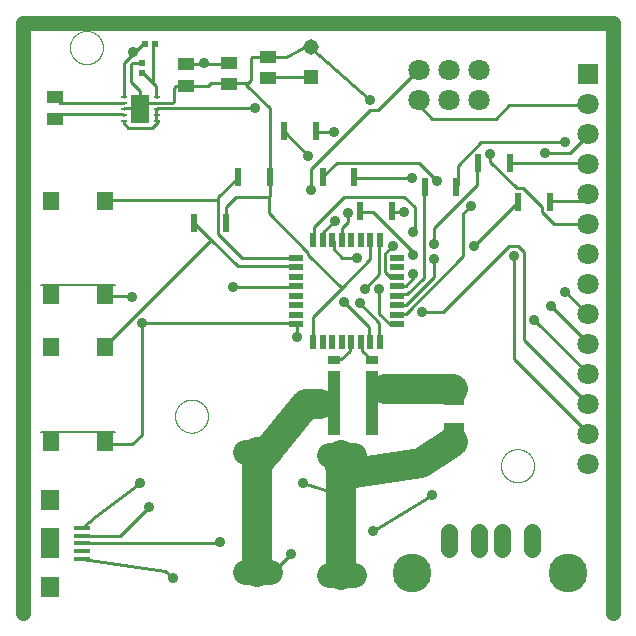
<source format=gtl>
G75*
%MOIN*%
%OFA0B0*%
%FSLAX25Y25*%
%IPPOS*%
%LPD*%
%AMOC8*
5,1,8,0,0,1.08239X$1,22.5*
%
%ADD10C,0.05000*%
%ADD11C,0.00000*%
%ADD12R,0.02200X0.05000*%
%ADD13R,0.05000X0.02200*%
%ADD14R,0.05700X0.04400*%
%ADD15R,0.07087X0.04724*%
%ADD16R,0.05709X0.01575*%
%ADD17R,0.05906X0.07087*%
%ADD18R,0.05906X0.09843*%
%ADD19C,0.05600*%
%ADD20C,0.12900*%
%ADD21C,0.07087*%
%ADD22R,0.07087X0.07087*%
%ADD23C,0.00500*%
%ADD24R,0.05512X0.06299*%
%ADD25R,0.01969X0.06299*%
%ADD26R,0.02200X0.02400*%
%ADD27R,0.04331X0.21260*%
%ADD28R,0.04331X0.02756*%
%ADD29R,0.02400X0.02200*%
%ADD30R,0.05150X0.05150*%
%ADD31C,0.05150*%
%ADD32R,0.02362X0.00945*%
%ADD33R,0.06496X0.09449*%
%ADD34C,0.08268*%
%ADD35C,0.01000*%
%ADD36C,0.03600*%
%ADD37C,0.10000*%
%ADD38C,0.03562*%
D10*
X0012331Y0032803D02*
X0012331Y0229654D01*
X0209181Y0229654D01*
X0209181Y0032803D01*
D11*
X0171779Y0082016D02*
X0171781Y0082164D01*
X0171787Y0082312D01*
X0171797Y0082460D01*
X0171811Y0082607D01*
X0171829Y0082754D01*
X0171850Y0082900D01*
X0171876Y0083046D01*
X0171906Y0083191D01*
X0171939Y0083335D01*
X0171977Y0083478D01*
X0172018Y0083620D01*
X0172063Y0083761D01*
X0172111Y0083901D01*
X0172164Y0084040D01*
X0172220Y0084177D01*
X0172280Y0084312D01*
X0172343Y0084446D01*
X0172410Y0084578D01*
X0172481Y0084708D01*
X0172555Y0084836D01*
X0172632Y0084962D01*
X0172713Y0085086D01*
X0172797Y0085208D01*
X0172884Y0085327D01*
X0172975Y0085444D01*
X0173069Y0085559D01*
X0173165Y0085671D01*
X0173265Y0085781D01*
X0173367Y0085887D01*
X0173473Y0085991D01*
X0173581Y0086092D01*
X0173692Y0086190D01*
X0173805Y0086286D01*
X0173921Y0086378D01*
X0174039Y0086467D01*
X0174160Y0086552D01*
X0174283Y0086635D01*
X0174408Y0086714D01*
X0174535Y0086790D01*
X0174664Y0086862D01*
X0174795Y0086931D01*
X0174928Y0086996D01*
X0175063Y0087057D01*
X0175199Y0087115D01*
X0175336Y0087170D01*
X0175475Y0087220D01*
X0175616Y0087267D01*
X0175757Y0087310D01*
X0175900Y0087350D01*
X0176044Y0087385D01*
X0176188Y0087417D01*
X0176334Y0087444D01*
X0176480Y0087468D01*
X0176627Y0087488D01*
X0176774Y0087504D01*
X0176921Y0087516D01*
X0177069Y0087524D01*
X0177217Y0087528D01*
X0177365Y0087528D01*
X0177513Y0087524D01*
X0177661Y0087516D01*
X0177808Y0087504D01*
X0177955Y0087488D01*
X0178102Y0087468D01*
X0178248Y0087444D01*
X0178394Y0087417D01*
X0178538Y0087385D01*
X0178682Y0087350D01*
X0178825Y0087310D01*
X0178966Y0087267D01*
X0179107Y0087220D01*
X0179246Y0087170D01*
X0179383Y0087115D01*
X0179519Y0087057D01*
X0179654Y0086996D01*
X0179787Y0086931D01*
X0179918Y0086862D01*
X0180047Y0086790D01*
X0180174Y0086714D01*
X0180299Y0086635D01*
X0180422Y0086552D01*
X0180543Y0086467D01*
X0180661Y0086378D01*
X0180777Y0086286D01*
X0180890Y0086190D01*
X0181001Y0086092D01*
X0181109Y0085991D01*
X0181215Y0085887D01*
X0181317Y0085781D01*
X0181417Y0085671D01*
X0181513Y0085559D01*
X0181607Y0085444D01*
X0181698Y0085327D01*
X0181785Y0085208D01*
X0181869Y0085086D01*
X0181950Y0084962D01*
X0182027Y0084836D01*
X0182101Y0084708D01*
X0182172Y0084578D01*
X0182239Y0084446D01*
X0182302Y0084312D01*
X0182362Y0084177D01*
X0182418Y0084040D01*
X0182471Y0083901D01*
X0182519Y0083761D01*
X0182564Y0083620D01*
X0182605Y0083478D01*
X0182643Y0083335D01*
X0182676Y0083191D01*
X0182706Y0083046D01*
X0182732Y0082900D01*
X0182753Y0082754D01*
X0182771Y0082607D01*
X0182785Y0082460D01*
X0182795Y0082312D01*
X0182801Y0082164D01*
X0182803Y0082016D01*
X0182801Y0081868D01*
X0182795Y0081720D01*
X0182785Y0081572D01*
X0182771Y0081425D01*
X0182753Y0081278D01*
X0182732Y0081132D01*
X0182706Y0080986D01*
X0182676Y0080841D01*
X0182643Y0080697D01*
X0182605Y0080554D01*
X0182564Y0080412D01*
X0182519Y0080271D01*
X0182471Y0080131D01*
X0182418Y0079992D01*
X0182362Y0079855D01*
X0182302Y0079720D01*
X0182239Y0079586D01*
X0182172Y0079454D01*
X0182101Y0079324D01*
X0182027Y0079196D01*
X0181950Y0079070D01*
X0181869Y0078946D01*
X0181785Y0078824D01*
X0181698Y0078705D01*
X0181607Y0078588D01*
X0181513Y0078473D01*
X0181417Y0078361D01*
X0181317Y0078251D01*
X0181215Y0078145D01*
X0181109Y0078041D01*
X0181001Y0077940D01*
X0180890Y0077842D01*
X0180777Y0077746D01*
X0180661Y0077654D01*
X0180543Y0077565D01*
X0180422Y0077480D01*
X0180299Y0077397D01*
X0180174Y0077318D01*
X0180047Y0077242D01*
X0179918Y0077170D01*
X0179787Y0077101D01*
X0179654Y0077036D01*
X0179519Y0076975D01*
X0179383Y0076917D01*
X0179246Y0076862D01*
X0179107Y0076812D01*
X0178966Y0076765D01*
X0178825Y0076722D01*
X0178682Y0076682D01*
X0178538Y0076647D01*
X0178394Y0076615D01*
X0178248Y0076588D01*
X0178102Y0076564D01*
X0177955Y0076544D01*
X0177808Y0076528D01*
X0177661Y0076516D01*
X0177513Y0076508D01*
X0177365Y0076504D01*
X0177217Y0076504D01*
X0177069Y0076508D01*
X0176921Y0076516D01*
X0176774Y0076528D01*
X0176627Y0076544D01*
X0176480Y0076564D01*
X0176334Y0076588D01*
X0176188Y0076615D01*
X0176044Y0076647D01*
X0175900Y0076682D01*
X0175757Y0076722D01*
X0175616Y0076765D01*
X0175475Y0076812D01*
X0175336Y0076862D01*
X0175199Y0076917D01*
X0175063Y0076975D01*
X0174928Y0077036D01*
X0174795Y0077101D01*
X0174664Y0077170D01*
X0174535Y0077242D01*
X0174408Y0077318D01*
X0174283Y0077397D01*
X0174160Y0077480D01*
X0174039Y0077565D01*
X0173921Y0077654D01*
X0173805Y0077746D01*
X0173692Y0077842D01*
X0173581Y0077940D01*
X0173473Y0078041D01*
X0173367Y0078145D01*
X0173265Y0078251D01*
X0173165Y0078361D01*
X0173069Y0078473D01*
X0172975Y0078588D01*
X0172884Y0078705D01*
X0172797Y0078824D01*
X0172713Y0078946D01*
X0172632Y0079070D01*
X0172555Y0079196D01*
X0172481Y0079324D01*
X0172410Y0079454D01*
X0172343Y0079586D01*
X0172280Y0079720D01*
X0172220Y0079855D01*
X0172164Y0079992D01*
X0172111Y0080131D01*
X0172063Y0080271D01*
X0172018Y0080412D01*
X0171977Y0080554D01*
X0171939Y0080697D01*
X0171906Y0080841D01*
X0171876Y0080986D01*
X0171850Y0081132D01*
X0171829Y0081278D01*
X0171811Y0081425D01*
X0171797Y0081572D01*
X0171787Y0081720D01*
X0171781Y0081868D01*
X0171779Y0082016D01*
X0063118Y0098551D02*
X0063120Y0098699D01*
X0063126Y0098847D01*
X0063136Y0098995D01*
X0063150Y0099142D01*
X0063168Y0099289D01*
X0063189Y0099435D01*
X0063215Y0099581D01*
X0063245Y0099726D01*
X0063278Y0099870D01*
X0063316Y0100013D01*
X0063357Y0100155D01*
X0063402Y0100296D01*
X0063450Y0100436D01*
X0063503Y0100575D01*
X0063559Y0100712D01*
X0063619Y0100847D01*
X0063682Y0100981D01*
X0063749Y0101113D01*
X0063820Y0101243D01*
X0063894Y0101371D01*
X0063971Y0101497D01*
X0064052Y0101621D01*
X0064136Y0101743D01*
X0064223Y0101862D01*
X0064314Y0101979D01*
X0064408Y0102094D01*
X0064504Y0102206D01*
X0064604Y0102316D01*
X0064706Y0102422D01*
X0064812Y0102526D01*
X0064920Y0102627D01*
X0065031Y0102725D01*
X0065144Y0102821D01*
X0065260Y0102913D01*
X0065378Y0103002D01*
X0065499Y0103087D01*
X0065622Y0103170D01*
X0065747Y0103249D01*
X0065874Y0103325D01*
X0066003Y0103397D01*
X0066134Y0103466D01*
X0066267Y0103531D01*
X0066402Y0103592D01*
X0066538Y0103650D01*
X0066675Y0103705D01*
X0066814Y0103755D01*
X0066955Y0103802D01*
X0067096Y0103845D01*
X0067239Y0103885D01*
X0067383Y0103920D01*
X0067527Y0103952D01*
X0067673Y0103979D01*
X0067819Y0104003D01*
X0067966Y0104023D01*
X0068113Y0104039D01*
X0068260Y0104051D01*
X0068408Y0104059D01*
X0068556Y0104063D01*
X0068704Y0104063D01*
X0068852Y0104059D01*
X0069000Y0104051D01*
X0069147Y0104039D01*
X0069294Y0104023D01*
X0069441Y0104003D01*
X0069587Y0103979D01*
X0069733Y0103952D01*
X0069877Y0103920D01*
X0070021Y0103885D01*
X0070164Y0103845D01*
X0070305Y0103802D01*
X0070446Y0103755D01*
X0070585Y0103705D01*
X0070722Y0103650D01*
X0070858Y0103592D01*
X0070993Y0103531D01*
X0071126Y0103466D01*
X0071257Y0103397D01*
X0071386Y0103325D01*
X0071513Y0103249D01*
X0071638Y0103170D01*
X0071761Y0103087D01*
X0071882Y0103002D01*
X0072000Y0102913D01*
X0072116Y0102821D01*
X0072229Y0102725D01*
X0072340Y0102627D01*
X0072448Y0102526D01*
X0072554Y0102422D01*
X0072656Y0102316D01*
X0072756Y0102206D01*
X0072852Y0102094D01*
X0072946Y0101979D01*
X0073037Y0101862D01*
X0073124Y0101743D01*
X0073208Y0101621D01*
X0073289Y0101497D01*
X0073366Y0101371D01*
X0073440Y0101243D01*
X0073511Y0101113D01*
X0073578Y0100981D01*
X0073641Y0100847D01*
X0073701Y0100712D01*
X0073757Y0100575D01*
X0073810Y0100436D01*
X0073858Y0100296D01*
X0073903Y0100155D01*
X0073944Y0100013D01*
X0073982Y0099870D01*
X0074015Y0099726D01*
X0074045Y0099581D01*
X0074071Y0099435D01*
X0074092Y0099289D01*
X0074110Y0099142D01*
X0074124Y0098995D01*
X0074134Y0098847D01*
X0074140Y0098699D01*
X0074142Y0098551D01*
X0074140Y0098403D01*
X0074134Y0098255D01*
X0074124Y0098107D01*
X0074110Y0097960D01*
X0074092Y0097813D01*
X0074071Y0097667D01*
X0074045Y0097521D01*
X0074015Y0097376D01*
X0073982Y0097232D01*
X0073944Y0097089D01*
X0073903Y0096947D01*
X0073858Y0096806D01*
X0073810Y0096666D01*
X0073757Y0096527D01*
X0073701Y0096390D01*
X0073641Y0096255D01*
X0073578Y0096121D01*
X0073511Y0095989D01*
X0073440Y0095859D01*
X0073366Y0095731D01*
X0073289Y0095605D01*
X0073208Y0095481D01*
X0073124Y0095359D01*
X0073037Y0095240D01*
X0072946Y0095123D01*
X0072852Y0095008D01*
X0072756Y0094896D01*
X0072656Y0094786D01*
X0072554Y0094680D01*
X0072448Y0094576D01*
X0072340Y0094475D01*
X0072229Y0094377D01*
X0072116Y0094281D01*
X0072000Y0094189D01*
X0071882Y0094100D01*
X0071761Y0094015D01*
X0071638Y0093932D01*
X0071513Y0093853D01*
X0071386Y0093777D01*
X0071257Y0093705D01*
X0071126Y0093636D01*
X0070993Y0093571D01*
X0070858Y0093510D01*
X0070722Y0093452D01*
X0070585Y0093397D01*
X0070446Y0093347D01*
X0070305Y0093300D01*
X0070164Y0093257D01*
X0070021Y0093217D01*
X0069877Y0093182D01*
X0069733Y0093150D01*
X0069587Y0093123D01*
X0069441Y0093099D01*
X0069294Y0093079D01*
X0069147Y0093063D01*
X0069000Y0093051D01*
X0068852Y0093043D01*
X0068704Y0093039D01*
X0068556Y0093039D01*
X0068408Y0093043D01*
X0068260Y0093051D01*
X0068113Y0093063D01*
X0067966Y0093079D01*
X0067819Y0093099D01*
X0067673Y0093123D01*
X0067527Y0093150D01*
X0067383Y0093182D01*
X0067239Y0093217D01*
X0067096Y0093257D01*
X0066955Y0093300D01*
X0066814Y0093347D01*
X0066675Y0093397D01*
X0066538Y0093452D01*
X0066402Y0093510D01*
X0066267Y0093571D01*
X0066134Y0093636D01*
X0066003Y0093705D01*
X0065874Y0093777D01*
X0065747Y0093853D01*
X0065622Y0093932D01*
X0065499Y0094015D01*
X0065378Y0094100D01*
X0065260Y0094189D01*
X0065144Y0094281D01*
X0065031Y0094377D01*
X0064920Y0094475D01*
X0064812Y0094576D01*
X0064706Y0094680D01*
X0064604Y0094786D01*
X0064504Y0094896D01*
X0064408Y0095008D01*
X0064314Y0095123D01*
X0064223Y0095240D01*
X0064136Y0095359D01*
X0064052Y0095481D01*
X0063971Y0095605D01*
X0063894Y0095731D01*
X0063820Y0095859D01*
X0063749Y0095989D01*
X0063682Y0096121D01*
X0063619Y0096255D01*
X0063559Y0096390D01*
X0063503Y0096527D01*
X0063450Y0096666D01*
X0063402Y0096806D01*
X0063357Y0096947D01*
X0063316Y0097089D01*
X0063278Y0097232D01*
X0063245Y0097376D01*
X0063215Y0097521D01*
X0063189Y0097667D01*
X0063168Y0097813D01*
X0063150Y0097960D01*
X0063136Y0098107D01*
X0063126Y0098255D01*
X0063120Y0098403D01*
X0063118Y0098551D01*
X0028079Y0221386D02*
X0028081Y0221534D01*
X0028087Y0221682D01*
X0028097Y0221830D01*
X0028111Y0221977D01*
X0028129Y0222124D01*
X0028150Y0222270D01*
X0028176Y0222416D01*
X0028206Y0222561D01*
X0028239Y0222705D01*
X0028277Y0222848D01*
X0028318Y0222990D01*
X0028363Y0223131D01*
X0028411Y0223271D01*
X0028464Y0223410D01*
X0028520Y0223547D01*
X0028580Y0223682D01*
X0028643Y0223816D01*
X0028710Y0223948D01*
X0028781Y0224078D01*
X0028855Y0224206D01*
X0028932Y0224332D01*
X0029013Y0224456D01*
X0029097Y0224578D01*
X0029184Y0224697D01*
X0029275Y0224814D01*
X0029369Y0224929D01*
X0029465Y0225041D01*
X0029565Y0225151D01*
X0029667Y0225257D01*
X0029773Y0225361D01*
X0029881Y0225462D01*
X0029992Y0225560D01*
X0030105Y0225656D01*
X0030221Y0225748D01*
X0030339Y0225837D01*
X0030460Y0225922D01*
X0030583Y0226005D01*
X0030708Y0226084D01*
X0030835Y0226160D01*
X0030964Y0226232D01*
X0031095Y0226301D01*
X0031228Y0226366D01*
X0031363Y0226427D01*
X0031499Y0226485D01*
X0031636Y0226540D01*
X0031775Y0226590D01*
X0031916Y0226637D01*
X0032057Y0226680D01*
X0032200Y0226720D01*
X0032344Y0226755D01*
X0032488Y0226787D01*
X0032634Y0226814D01*
X0032780Y0226838D01*
X0032927Y0226858D01*
X0033074Y0226874D01*
X0033221Y0226886D01*
X0033369Y0226894D01*
X0033517Y0226898D01*
X0033665Y0226898D01*
X0033813Y0226894D01*
X0033961Y0226886D01*
X0034108Y0226874D01*
X0034255Y0226858D01*
X0034402Y0226838D01*
X0034548Y0226814D01*
X0034694Y0226787D01*
X0034838Y0226755D01*
X0034982Y0226720D01*
X0035125Y0226680D01*
X0035266Y0226637D01*
X0035407Y0226590D01*
X0035546Y0226540D01*
X0035683Y0226485D01*
X0035819Y0226427D01*
X0035954Y0226366D01*
X0036087Y0226301D01*
X0036218Y0226232D01*
X0036347Y0226160D01*
X0036474Y0226084D01*
X0036599Y0226005D01*
X0036722Y0225922D01*
X0036843Y0225837D01*
X0036961Y0225748D01*
X0037077Y0225656D01*
X0037190Y0225560D01*
X0037301Y0225462D01*
X0037409Y0225361D01*
X0037515Y0225257D01*
X0037617Y0225151D01*
X0037717Y0225041D01*
X0037813Y0224929D01*
X0037907Y0224814D01*
X0037998Y0224697D01*
X0038085Y0224578D01*
X0038169Y0224456D01*
X0038250Y0224332D01*
X0038327Y0224206D01*
X0038401Y0224078D01*
X0038472Y0223948D01*
X0038539Y0223816D01*
X0038602Y0223682D01*
X0038662Y0223547D01*
X0038718Y0223410D01*
X0038771Y0223271D01*
X0038819Y0223131D01*
X0038864Y0222990D01*
X0038905Y0222848D01*
X0038943Y0222705D01*
X0038976Y0222561D01*
X0039006Y0222416D01*
X0039032Y0222270D01*
X0039053Y0222124D01*
X0039071Y0221977D01*
X0039085Y0221830D01*
X0039095Y0221682D01*
X0039101Y0221534D01*
X0039103Y0221386D01*
X0039101Y0221238D01*
X0039095Y0221090D01*
X0039085Y0220942D01*
X0039071Y0220795D01*
X0039053Y0220648D01*
X0039032Y0220502D01*
X0039006Y0220356D01*
X0038976Y0220211D01*
X0038943Y0220067D01*
X0038905Y0219924D01*
X0038864Y0219782D01*
X0038819Y0219641D01*
X0038771Y0219501D01*
X0038718Y0219362D01*
X0038662Y0219225D01*
X0038602Y0219090D01*
X0038539Y0218956D01*
X0038472Y0218824D01*
X0038401Y0218694D01*
X0038327Y0218566D01*
X0038250Y0218440D01*
X0038169Y0218316D01*
X0038085Y0218194D01*
X0037998Y0218075D01*
X0037907Y0217958D01*
X0037813Y0217843D01*
X0037717Y0217731D01*
X0037617Y0217621D01*
X0037515Y0217515D01*
X0037409Y0217411D01*
X0037301Y0217310D01*
X0037190Y0217212D01*
X0037077Y0217116D01*
X0036961Y0217024D01*
X0036843Y0216935D01*
X0036722Y0216850D01*
X0036599Y0216767D01*
X0036474Y0216688D01*
X0036347Y0216612D01*
X0036218Y0216540D01*
X0036087Y0216471D01*
X0035954Y0216406D01*
X0035819Y0216345D01*
X0035683Y0216287D01*
X0035546Y0216232D01*
X0035407Y0216182D01*
X0035266Y0216135D01*
X0035125Y0216092D01*
X0034982Y0216052D01*
X0034838Y0216017D01*
X0034694Y0215985D01*
X0034548Y0215958D01*
X0034402Y0215934D01*
X0034255Y0215914D01*
X0034108Y0215898D01*
X0033961Y0215886D01*
X0033813Y0215878D01*
X0033665Y0215874D01*
X0033517Y0215874D01*
X0033369Y0215878D01*
X0033221Y0215886D01*
X0033074Y0215898D01*
X0032927Y0215914D01*
X0032780Y0215934D01*
X0032634Y0215958D01*
X0032488Y0215985D01*
X0032344Y0216017D01*
X0032200Y0216052D01*
X0032057Y0216092D01*
X0031916Y0216135D01*
X0031775Y0216182D01*
X0031636Y0216232D01*
X0031499Y0216287D01*
X0031363Y0216345D01*
X0031228Y0216406D01*
X0031095Y0216471D01*
X0030964Y0216540D01*
X0030835Y0216612D01*
X0030708Y0216688D01*
X0030583Y0216767D01*
X0030460Y0216850D01*
X0030339Y0216935D01*
X0030221Y0217024D01*
X0030105Y0217116D01*
X0029992Y0217212D01*
X0029881Y0217310D01*
X0029773Y0217411D01*
X0029667Y0217515D01*
X0029565Y0217621D01*
X0029465Y0217731D01*
X0029369Y0217843D01*
X0029275Y0217958D01*
X0029184Y0218075D01*
X0029097Y0218194D01*
X0029013Y0218316D01*
X0028932Y0218440D01*
X0028855Y0218566D01*
X0028781Y0218694D01*
X0028710Y0218824D01*
X0028643Y0218956D01*
X0028580Y0219090D01*
X0028520Y0219225D01*
X0028464Y0219362D01*
X0028411Y0219501D01*
X0028363Y0219641D01*
X0028318Y0219782D01*
X0028277Y0219924D01*
X0028239Y0220067D01*
X0028206Y0220211D01*
X0028176Y0220356D01*
X0028150Y0220502D01*
X0028129Y0220648D01*
X0028111Y0220795D01*
X0028097Y0220942D01*
X0028087Y0221090D01*
X0028081Y0221238D01*
X0028079Y0221386D01*
D12*
X0109260Y0157144D03*
X0112409Y0157144D03*
X0115559Y0157144D03*
X0118709Y0157144D03*
X0121858Y0157144D03*
X0125008Y0157144D03*
X0128157Y0157144D03*
X0131307Y0157144D03*
X0131307Y0123344D03*
X0128157Y0123344D03*
X0125008Y0123344D03*
X0121858Y0123344D03*
X0118709Y0123344D03*
X0115559Y0123344D03*
X0112409Y0123344D03*
X0109260Y0123344D03*
D13*
X0103383Y0129220D03*
X0103383Y0132370D03*
X0103383Y0135520D03*
X0103383Y0138669D03*
X0103383Y0141819D03*
X0103383Y0144969D03*
X0103383Y0148118D03*
X0103383Y0151268D03*
X0137183Y0151268D03*
X0137183Y0148118D03*
X0137183Y0144969D03*
X0137183Y0141819D03*
X0137183Y0138669D03*
X0137183Y0135520D03*
X0137183Y0132370D03*
X0137183Y0129220D03*
D14*
X0094063Y0211182D03*
X0094063Y0218282D03*
X0081228Y0216393D03*
X0081228Y0209293D03*
X0066819Y0208663D03*
X0066819Y0215763D03*
X0023079Y0204778D03*
X0023079Y0197678D03*
D15*
X0156150Y0104457D03*
X0156150Y0093827D03*
D16*
X0032075Y0061228D03*
X0032075Y0058669D03*
X0032075Y0056110D03*
X0032075Y0053551D03*
X0032075Y0050992D03*
D17*
X0021346Y0041602D03*
X0021346Y0070618D03*
D18*
X0021346Y0056110D03*
D19*
X0154457Y0054176D02*
X0154457Y0059776D01*
X0164299Y0059776D02*
X0164299Y0054176D01*
X0172173Y0054176D02*
X0172173Y0059776D01*
X0182016Y0059776D02*
X0182016Y0054176D01*
D20*
X0194220Y0046307D03*
X0142252Y0046307D03*
D21*
X0200756Y0082567D03*
X0200756Y0092567D03*
X0200756Y0102567D03*
X0200756Y0112567D03*
X0200756Y0122567D03*
X0200756Y0132567D03*
X0200756Y0142567D03*
X0200756Y0152567D03*
X0200756Y0162567D03*
X0200756Y0172567D03*
X0200756Y0182567D03*
X0200756Y0192567D03*
X0200756Y0202567D03*
X0164457Y0203984D03*
X0164457Y0213984D03*
X0154457Y0213984D03*
X0154457Y0203984D03*
X0144457Y0203984D03*
X0144457Y0213984D03*
D22*
X0200756Y0212567D03*
D23*
X0043197Y0142134D02*
X0018394Y0142134D01*
X0018394Y0093315D02*
X0043197Y0093315D01*
D24*
X0039654Y0089969D03*
X0021937Y0089969D03*
X0021937Y0121465D03*
X0021937Y0138787D03*
X0039654Y0138787D03*
X0039654Y0121465D03*
X0039654Y0170283D03*
X0021937Y0170283D03*
D25*
X0069417Y0163039D03*
X0080047Y0163039D03*
X0084102Y0178157D03*
X0094732Y0178157D03*
X0099535Y0193551D03*
X0110165Y0193551D03*
X0112291Y0178394D03*
X0122921Y0178394D03*
X0124811Y0166858D03*
X0135441Y0166858D03*
X0146307Y0175047D03*
X0156937Y0175047D03*
X0164181Y0182764D03*
X0174811Y0182764D03*
X0177409Y0170047D03*
X0188039Y0170047D03*
D26*
X0056382Y0222488D03*
X0053082Y0222488D03*
D27*
X0116031Y0102921D03*
X0128630Y0102921D03*
D28*
X0128630Y0117094D03*
X0116031Y0117094D03*
D29*
X0052134Y0212964D03*
X0052134Y0216264D03*
D30*
X0108315Y0211583D03*
D31*
X0108315Y0221583D03*
D32*
X0057094Y0204929D03*
X0057094Y0202961D03*
X0057094Y0200992D03*
X0057094Y0199024D03*
X0057094Y0197055D03*
X0046071Y0197055D03*
X0046071Y0199024D03*
X0046071Y0200992D03*
X0046071Y0202961D03*
X0046071Y0204929D03*
D33*
X0051583Y0200992D03*
D34*
X0086465Y0086465D02*
X0094732Y0086465D01*
X0114417Y0085677D02*
X0122685Y0085677D01*
X0122685Y0045677D02*
X0114417Y0045677D01*
X0094732Y0046465D02*
X0086465Y0046465D01*
D35*
X0090598Y0046465D02*
X0091740Y0042528D01*
X0101701Y0052488D01*
X0105638Y0076110D02*
X0118433Y0072173D01*
X0129260Y0060362D02*
X0148945Y0072173D01*
X0155835Y0089890D02*
X0156150Y0093827D01*
X0156150Y0104457D02*
X0155835Y0107606D01*
X0176012Y0117449D02*
X0200618Y0092843D01*
X0200756Y0092567D01*
X0200756Y0102567D02*
X0200618Y0102685D01*
X0179457Y0123846D01*
X0179457Y0153374D01*
X0177488Y0155343D01*
X0174535Y0155343D01*
X0152390Y0133197D01*
X0145500Y0133197D01*
X0140087Y0132705D02*
X0159280Y0151898D01*
X0159280Y0166169D01*
X0161740Y0168630D01*
X0156937Y0175047D02*
X0157311Y0175520D01*
X0157311Y0181917D01*
X0165185Y0189791D01*
X0193236Y0189791D01*
X0194713Y0186346D02*
X0200618Y0192252D01*
X0200756Y0192567D01*
X0194713Y0186346D02*
X0186346Y0186346D01*
X0175028Y0182902D02*
X0174811Y0182764D01*
X0175028Y0182902D02*
X0200618Y0182902D01*
X0200756Y0182567D01*
X0200618Y0172567D02*
X0200756Y0172567D01*
X0200618Y0172567D02*
X0198157Y0170106D01*
X0188315Y0170106D01*
X0188039Y0170047D01*
X0185362Y0168138D02*
X0185362Y0166661D01*
X0189299Y0162724D01*
X0200618Y0162724D01*
X0200756Y0162567D01*
X0185362Y0168138D02*
X0178965Y0174535D01*
X0176996Y0174535D01*
X0168138Y0183394D01*
X0168138Y0185854D01*
X0164181Y0182764D02*
X0163709Y0182409D01*
X0163709Y0175520D01*
X0149437Y0161248D01*
X0149437Y0155835D01*
X0149437Y0150913D02*
X0149437Y0145008D01*
X0140087Y0135657D01*
X0137626Y0135657D01*
X0137183Y0135520D01*
X0137626Y0132705D02*
X0137183Y0132370D01*
X0137626Y0132705D02*
X0140087Y0132705D01*
X0137183Y0129220D02*
X0137134Y0129260D01*
X0134673Y0129260D01*
X0131228Y0132705D01*
X0131228Y0141071D01*
X0126307Y0141071D02*
X0131228Y0145992D01*
X0131228Y0156819D01*
X0131307Y0157144D01*
X0128276Y0156819D02*
X0128157Y0157144D01*
X0128276Y0156819D02*
X0128276Y0150913D01*
X0118679Y0141317D01*
X0107606Y0152390D01*
X0107606Y0152882D01*
X0094319Y0166169D01*
X0094319Y0171583D01*
X0094811Y0172075D01*
X0094811Y0177980D01*
X0094732Y0178157D01*
X0094811Y0178472D01*
X0094811Y0201110D01*
X0086937Y0208984D01*
X0086937Y0209476D01*
X0087429Y0209476D01*
X0088413Y0210461D01*
X0088413Y0217843D01*
X0088906Y0218335D01*
X0093827Y0218335D01*
X0094063Y0218282D01*
X0094319Y0218335D01*
X0100224Y0218335D01*
X0105638Y0221386D01*
X0108098Y0221386D01*
X0108315Y0221583D01*
X0108591Y0221386D01*
X0128276Y0204063D01*
X0128276Y0200618D02*
X0130736Y0200618D01*
X0144024Y0213906D01*
X0144457Y0213984D01*
X0144457Y0203984D02*
X0144516Y0203571D01*
X0144516Y0202094D01*
X0148945Y0197665D01*
X0170106Y0197665D01*
X0174535Y0202094D01*
X0200618Y0202094D01*
X0200756Y0202567D01*
X0177409Y0170047D02*
X0176996Y0169614D01*
X0162724Y0155343D01*
X0176012Y0151898D02*
X0176012Y0117449D01*
X0182902Y0130736D02*
X0200618Y0113020D01*
X0200756Y0112567D01*
X0200756Y0122567D02*
X0200618Y0122862D01*
X0188315Y0135165D01*
X0193236Y0140087D02*
X0200756Y0132567D01*
X0150421Y0176996D02*
X0144516Y0182902D01*
X0116957Y0182902D01*
X0112528Y0178472D01*
X0112291Y0178394D01*
X0108591Y0180933D02*
X0108591Y0174043D01*
X0108591Y0180933D02*
X0128276Y0200618D01*
X0115972Y0193236D02*
X0110559Y0193236D01*
X0110165Y0193551D01*
X0107606Y0185362D02*
X0099732Y0193236D01*
X0099535Y0193551D01*
X0089890Y0201110D02*
X0057409Y0201110D01*
X0057094Y0200992D01*
X0056917Y0200618D01*
X0056917Y0199142D01*
X0057094Y0199024D01*
X0056917Y0198650D01*
X0056917Y0197173D01*
X0057094Y0197055D01*
X0057409Y0196681D01*
X0055441Y0194713D01*
X0047567Y0194713D01*
X0046091Y0196189D01*
X0046091Y0196681D01*
X0046071Y0197055D01*
X0046071Y0199024D02*
X0045598Y0199142D01*
X0024437Y0199142D01*
X0023453Y0198157D01*
X0023079Y0197678D01*
X0024929Y0203079D02*
X0023453Y0204555D01*
X0023079Y0204778D01*
X0024929Y0203079D02*
X0045598Y0203079D01*
X0046071Y0202961D01*
X0046091Y0201110D02*
X0046071Y0200992D01*
X0046091Y0201110D02*
X0051012Y0201110D01*
X0051504Y0201602D01*
X0051996Y0201110D01*
X0051583Y0200992D01*
X0051504Y0203571D01*
X0051504Y0207016D01*
X0048551Y0209969D01*
X0048551Y0215874D01*
X0049043Y0216366D01*
X0051996Y0216366D01*
X0052134Y0216264D01*
X0052134Y0212964D02*
X0052488Y0212921D01*
X0055687Y0209722D01*
X0055933Y0209969D01*
X0055933Y0222272D01*
X0056382Y0222488D01*
X0053082Y0222488D02*
X0052980Y0222272D01*
X0051996Y0222272D01*
X0049289Y0219565D01*
X0049043Y0219811D01*
X0049289Y0219565D02*
X0046091Y0216366D01*
X0046091Y0205047D01*
X0046071Y0204929D01*
X0051504Y0203079D02*
X0051504Y0202094D01*
X0051583Y0200992D01*
X0051504Y0203079D02*
X0056917Y0203079D01*
X0057094Y0202961D01*
X0057409Y0203079D01*
X0062331Y0203079D01*
X0062823Y0203571D01*
X0062823Y0208000D01*
X0063315Y0208492D01*
X0066760Y0208492D01*
X0066819Y0208663D01*
X0067252Y0208492D01*
X0074142Y0208492D01*
X0075126Y0209476D01*
X0081031Y0209476D01*
X0081228Y0209293D01*
X0081524Y0209476D01*
X0086937Y0209476D01*
X0081228Y0216393D02*
X0081031Y0216366D01*
X0080539Y0215874D01*
X0072665Y0215874D01*
X0072665Y0216366D01*
X0072665Y0215874D02*
X0067252Y0215874D01*
X0066819Y0215763D01*
X0056917Y0208492D02*
X0056917Y0205047D01*
X0057094Y0204929D01*
X0056917Y0208492D02*
X0055687Y0209722D01*
X0084102Y0178157D02*
X0083984Y0177980D01*
X0077587Y0171583D01*
X0077587Y0170598D01*
X0039693Y0170598D01*
X0039654Y0170283D01*
X0069417Y0163039D02*
X0069713Y0162724D01*
X0075126Y0157311D01*
X0039693Y0121878D01*
X0039654Y0121465D01*
X0052094Y0129654D02*
X0052094Y0092252D01*
X0048945Y0089102D01*
X0040520Y0089102D01*
X0039654Y0089969D01*
X0051504Y0076110D02*
X0036740Y0065283D01*
X0032075Y0061228D01*
X0032075Y0058669D02*
X0044890Y0058669D01*
X0054457Y0068236D01*
X0059890Y0047055D02*
X0062331Y0044614D01*
X0059890Y0047055D02*
X0032075Y0050992D01*
X0032075Y0056110D02*
X0077764Y0056110D01*
X0078079Y0056425D01*
X0090874Y0083000D02*
X0090598Y0086465D01*
X0111543Y0102685D02*
X0116031Y0102921D01*
X0128276Y0103177D02*
X0128630Y0102921D01*
X0133197Y0107606D01*
X0128630Y0117094D02*
X0125323Y0120402D01*
X0125323Y0122862D01*
X0125008Y0123344D01*
X0121858Y0123344D02*
X0121386Y0122862D01*
X0121386Y0120402D01*
X0118433Y0117449D01*
X0116465Y0117449D01*
X0116031Y0117094D01*
X0109260Y0123344D02*
X0109083Y0123354D01*
X0109083Y0131720D01*
X0118679Y0141317D01*
X0119417Y0136642D02*
X0127783Y0128276D01*
X0127783Y0123354D01*
X0128157Y0123344D01*
X0131228Y0123354D02*
X0131307Y0123344D01*
X0131228Y0123354D02*
X0131228Y0129752D01*
X0124831Y0136150D01*
X0134673Y0145008D02*
X0133197Y0146484D01*
X0133197Y0152882D01*
X0135657Y0155343D01*
X0142547Y0153374D02*
X0142547Y0152390D01*
X0142547Y0153374D02*
X0129260Y0166661D01*
X0124831Y0166661D01*
X0124811Y0166858D01*
X0120894Y0166169D02*
X0120894Y0163217D01*
X0118925Y0161248D01*
X0118925Y0157311D01*
X0118709Y0157144D01*
X0115972Y0156819D02*
X0115972Y0154358D01*
X0118925Y0151406D01*
X0123846Y0151406D01*
X0115972Y0156819D02*
X0115559Y0157144D01*
X0112528Y0157311D02*
X0112528Y0159772D01*
X0116465Y0163709D01*
X0112528Y0157311D02*
X0112409Y0157144D01*
X0109575Y0157311D02*
X0109260Y0157144D01*
X0109575Y0157311D02*
X0109575Y0161740D01*
X0119417Y0171583D01*
X0139594Y0171583D01*
X0143039Y0168138D01*
X0143039Y0160264D01*
X0142547Y0159772D01*
X0139594Y0166661D02*
X0135657Y0166661D01*
X0135441Y0166858D01*
X0142055Y0177980D02*
X0123354Y0177980D01*
X0122921Y0178394D01*
X0145992Y0175028D02*
X0146307Y0175047D01*
X0145992Y0175028D02*
X0145992Y0144516D01*
X0140579Y0139102D01*
X0137626Y0139102D01*
X0137183Y0138669D01*
X0137183Y0141819D02*
X0137626Y0142055D01*
X0140087Y0142055D01*
X0142547Y0144516D01*
X0142547Y0145992D01*
X0137183Y0144969D02*
X0137134Y0145008D01*
X0134673Y0145008D01*
X0103383Y0148118D02*
X0103177Y0148453D01*
X0083984Y0148453D01*
X0075126Y0157311D01*
X0077587Y0159280D02*
X0077587Y0170598D01*
X0080047Y0168138D02*
X0083492Y0171583D01*
X0094319Y0171583D01*
X0080047Y0168138D02*
X0080047Y0163039D01*
X0077587Y0159280D02*
X0085461Y0151406D01*
X0103177Y0151406D01*
X0103383Y0151268D01*
X0103383Y0141819D02*
X0103177Y0141563D01*
X0082409Y0141563D01*
X0102950Y0129654D02*
X0103383Y0129220D01*
X0103669Y0128768D01*
X0103669Y0124831D01*
X0102950Y0129654D02*
X0052094Y0129654D01*
X0048945Y0138315D02*
X0048787Y0138472D01*
X0039654Y0138472D01*
X0039654Y0138787D01*
X0094063Y0211182D02*
X0094319Y0211445D01*
X0108394Y0211445D01*
X0108098Y0211937D01*
X0108315Y0211583D01*
D36*
X0115972Y0193236D03*
X0107606Y0185362D03*
X0108591Y0174043D03*
X0116465Y0163709D03*
X0120894Y0166169D03*
X0123846Y0151406D03*
X0126307Y0141071D03*
X0131228Y0141071D03*
X0124831Y0136150D03*
X0119417Y0136642D03*
X0103669Y0124831D03*
X0082409Y0141563D03*
X0089890Y0201110D03*
X0072665Y0216366D03*
X0049043Y0219811D03*
X0128276Y0204063D03*
X0142055Y0177980D03*
X0150421Y0176996D03*
X0139594Y0166661D03*
X0142547Y0159772D03*
X0142547Y0152390D03*
X0142547Y0145992D03*
X0149437Y0150913D03*
X0149437Y0155835D03*
X0161740Y0168630D03*
X0162724Y0155343D03*
X0176012Y0151898D03*
X0188315Y0135165D03*
X0193236Y0140087D03*
X0182902Y0130736D03*
X0145500Y0133197D03*
X0135657Y0155343D03*
X0168138Y0185854D03*
X0186346Y0186346D03*
X0193236Y0189791D03*
D37*
X0155835Y0107606D02*
X0133197Y0107606D01*
X0118551Y0085677D02*
X0118236Y0083000D01*
X0118433Y0079063D01*
X0118433Y0072173D01*
X0118433Y0051071D01*
X0118551Y0045677D01*
X0090598Y0046465D02*
X0090598Y0086465D01*
X0090874Y0083000D02*
X0106622Y0102685D01*
X0111543Y0102685D01*
X0118433Y0079063D02*
X0145008Y0083000D01*
X0155835Y0089890D01*
D38*
X0148945Y0072173D03*
X0129260Y0060362D03*
X0105638Y0076110D03*
X0101701Y0052488D03*
X0078079Y0056425D03*
X0062331Y0044614D03*
X0054457Y0068236D03*
X0051504Y0076110D03*
X0052094Y0129654D03*
X0048945Y0138315D03*
M02*

</source>
